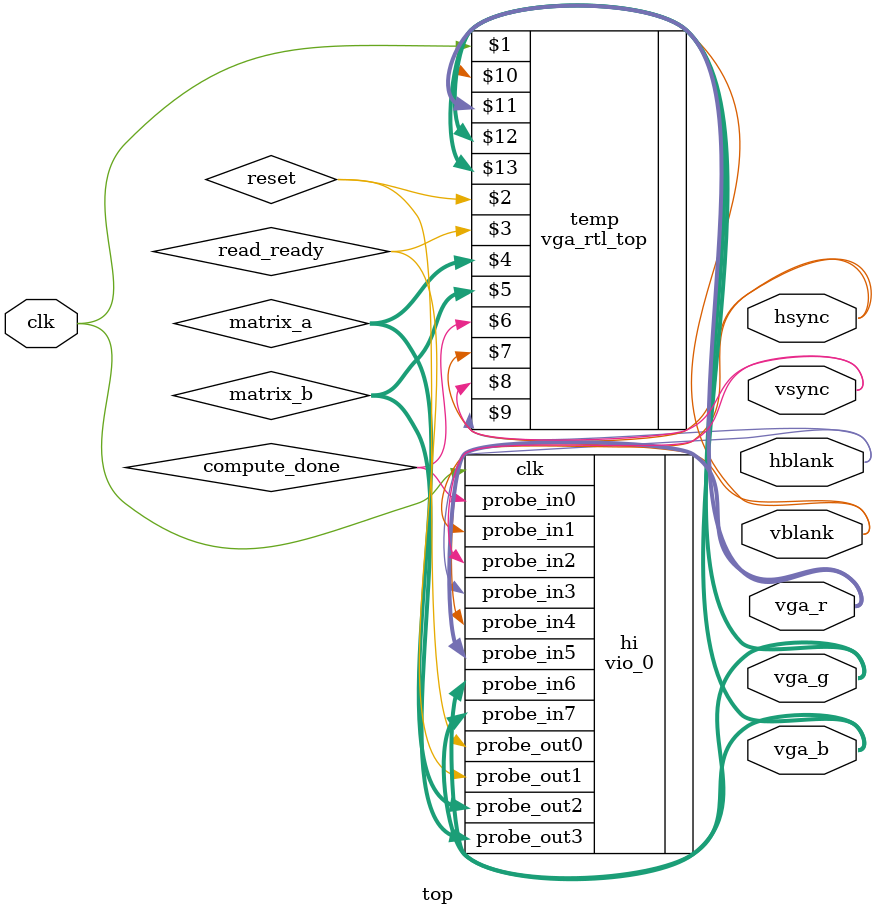
<source format=v>
`timescale 1ns / 1ps


module top(
    input clk,
    output hsync,
    output vsync,
    output hblank,
    output vblank,
    output [3:0] vga_r,
    output [3:0] vga_g,
    output [3:0] vga_b
    );
    
    
    wire reset,read_ready,compute_done;
    wire [3*3*16-1:0] matrix_a, matrix_b;
    vga_rtl_top#(
    .X0(100),
    .Y0(50),
    .MATRIX_N(3),
    .MATRIX_M(3),
    .DIGITS(5),
    .WIDTH(16)
)temp(
    clk,
    reset,
    read_ready,
    matrix_a,
    matrix_b,
    compute_done,
    hsync,
    vsync,
    hblank,
    vblank,
    vga_r,
    vga_g,
    vga_b
);
    
    vio_0 hi (
  .clk(clk),                // input wire clk
  .probe_in0(compute_done),    // input wire [0 : 0] probe_in0
  .probe_in1(hsync),    // input wire [0 : 0] probe_in1
  .probe_in2(vsync),    // input wire [0 : 0] probe_in2
  .probe_in3(hblank),    // input wire [0 : 0] probe_in3
  .probe_in4(vblank),    // input wire [0 : 0] probe_in4
  .probe_in5(vga_r),    // input wire [3 : 0] probe_in5
  .probe_in6(vga_g),    // input wire [3 : 0] probe_in6
  .probe_in7(vga_b),    // input wire [3 : 0] probe_in7
  .probe_out0(reset),  // output wire [0 : 0] probe_out0
  .probe_out1(read_ready),  // output wire [0 : 0] probe_out1
  .probe_out2(matrix_a),  // output wire [143 : 0] probe_out2
  .probe_out3(matrix_b)  // output wire [143 : 0] probe_out3
);
endmodule

</source>
